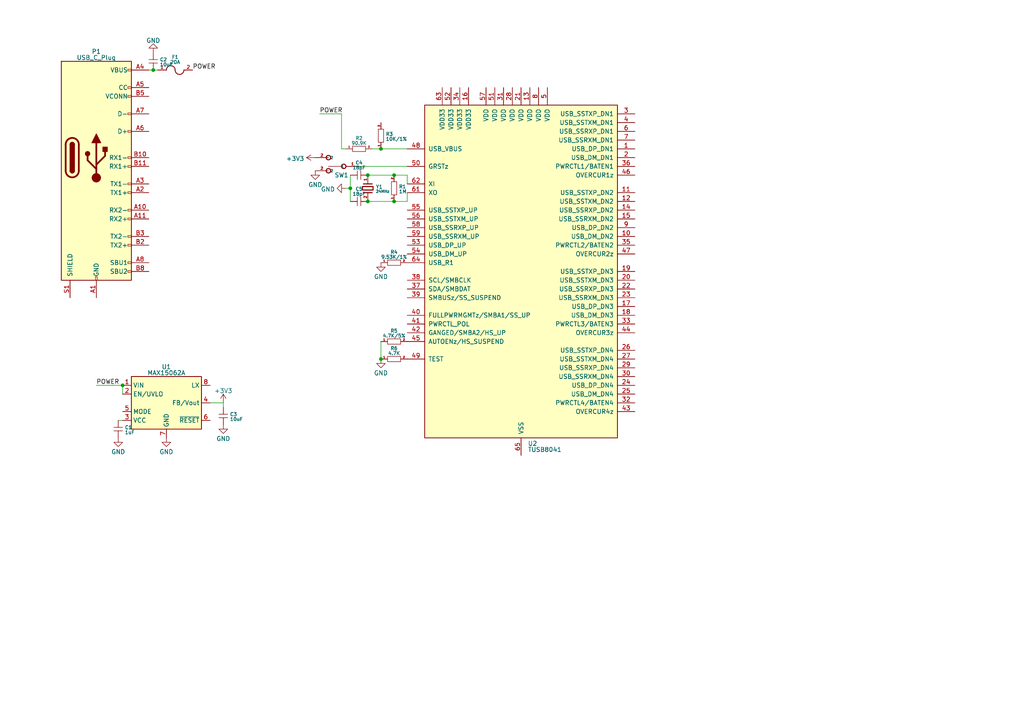
<source format=kicad_sch>
(kicad_sch (version 20220126) (generator eeschema)
  (paper "A4")
  (lib_symbols
    (symbol "Connector:USB_C_Plug" (pin_names (offset 1.016))
      (property "Reference" "P" (at -10.16 29.21 0))
      (property "Value" "USB_C_Plug" (at 10.16 29.21 0))
      (symbol "USB_C_Plug_0_0"
        (rectangle (start -0.254 -35.56) (end 0.254 -34.544))
        (rectangle (start 10.16 -32.766) (end 9.144 -33.274))
        (rectangle (start 10.16 -30.226) (end 9.144 -30.734))
        (rectangle (start 10.16 -25.146) (end 9.144 -25.654))
        (rectangle (start 10.16 -22.606) (end 9.144 -23.114))
        (rectangle (start 10.16 -17.526) (end 9.144 -18.034))
        (rectangle (start 10.16 -14.986) (end 9.144 -15.494))
        (rectangle (start 10.16 -9.906) (end 9.144 -10.414))
        (rectangle (start 10.16 -7.366) (end 9.144 -7.874))
        (rectangle (start 10.16 -2.286) (end 9.144 -2.794))
        (rectangle (start 10.16 0.254) (end 9.144 -0.254))
        (rectangle (start 10.16 7.874) (end 9.144 7.366))
        (rectangle (start 10.16 12.954) (end 9.144 12.446))
        (rectangle (start 10.16 18.034) (end 9.144 17.526))
        (rectangle (start 10.16 20.574) (end 9.144 20.066))
        (rectangle (start 10.16 25.654) (end 9.144 25.146))
      )
      (symbol "USB_C_Plug_0_1"
        (rectangle (start -10.16 27.94) (end 10.16 -35.56) (stroke (width 0.254)) (fill (type background)))
        (arc (start -8.89 -3.81) (mid -6.985 -5.7067) (end -5.08 -3.81) (stroke (width 0.508)))
        (arc (start -7.62 -3.81) (mid -6.985 -4.4422) (end -6.35 -3.81) (stroke (width 0.254)))
        (arc (start -7.62 -3.81) (mid -6.985 -4.4422) (end -6.35 -3.81) (stroke (width 0.254)) (fill (type outline)))
        (rectangle (start -7.62 -3.81) (end -6.35 3.81) (stroke (width 0.254)) (fill (type outline)))
        (arc (start -6.35 3.81) (mid -6.985 4.4422) (end -7.62 3.81) (stroke (width 0.254)))
        (arc (start -6.35 3.81) (mid -6.985 4.4422) (end -7.62 3.81) (stroke (width 0.254)) (fill (type outline)))
        (arc (start -5.08 3.81) (mid -6.985 5.7067) (end -8.89 3.81) (stroke (width 0.508)))
        (polyline (pts (xy -8.89 -3.81) (xy -8.89 3.81)) (stroke (width 0.508)))
        (polyline (pts (xy -5.08 3.81) (xy -5.08 -3.81)) (stroke (width 0.508)))
      )
      (symbol "USB_C_Plug_1_1"
        (circle (center -2.54 1.143) (radius 0.635) (stroke (width 0.254)) (fill (type outline)))
        (circle (center 0 -5.842) (radius 1.27) (fill (type outline)))
        (polyline (pts (xy 0 -5.842) (xy 0 4.318)) (stroke (width 0.508)))
        (polyline (pts (xy 0 -3.302) (xy -2.54 -0.762) (xy -2.54 0.508)) (stroke (width 0.508)))
        (polyline (pts (xy 0 -2.032) (xy 2.54 0.508) (xy 2.54 1.778)) (stroke (width 0.508)))
        (polyline (pts (xy -1.27 4.318) (xy 0 6.858) (xy 1.27 4.318) (xy -1.27 4.318)) (stroke (width 0.254)) (fill (type outline)))
        (rectangle (start 1.905 1.778) (end 3.175 3.048) (stroke (width 0.254)) (fill (type outline)))
        (pin passive line (at 0 -40.64 90) (length 5.08) (name "GND") (number "A1"))
        (pin bidirectional line (at 15.24 -15.24 180) (length 5.08) (name "RX2-") (number "A10"))
        (pin bidirectional line (at 15.24 -17.78 180) (length 5.08) (name "RX2+") (number "A11"))
        (pin passive line (at 0 -40.64 90) (length 5.08) hide (name "GND") (number "A12"))
        (pin bidirectional line (at 15.24 -10.16 180) (length 5.08) (name "TX1+") (number "A2"))
        (pin bidirectional line (at 15.24 -7.62 180) (length 5.08) (name "TX1-") (number "A3"))
        (pin passive line (at 15.24 25.4 180) (length 5.08) (name "VBUS") (number "A4"))
        (pin bidirectional line (at 15.24 20.32 180) (length 5.08) (name "CC") (number "A5"))
        (pin bidirectional line (at 15.24 7.62 180) (length 5.08) (name "D+") (number "A6"))
        (pin bidirectional line (at 15.24 12.7 180) (length 5.08) (name "D-") (number "A7"))
        (pin bidirectional line (at 15.24 -30.48 180) (length 5.08) (name "SBU1") (number "A8"))
        (pin passive line (at 15.24 25.4 180) (length 5.08) hide (name "VBUS") (number "A9"))
        (pin passive line (at 0 -40.64 90) (length 5.08) hide (name "GND") (number "B1"))
        (pin bidirectional line (at 15.24 0 180) (length 5.08) (name "RX1-") (number "B10"))
        (pin bidirectional line (at 15.24 -2.54 180) (length 5.08) (name "RX1+") (number "B11"))
        (pin passive line (at 0 -40.64 90) (length 5.08) hide (name "GND") (number "B12"))
        (pin bidirectional line (at 15.24 -25.4 180) (length 5.08) (name "TX2+") (number "B2"))
        (pin bidirectional line (at 15.24 -22.86 180) (length 5.08) (name "TX2-") (number "B3"))
        (pin passive line (at 15.24 25.4 180) (length 5.08) hide (name "VBUS") (number "B4"))
        (pin bidirectional line (at 15.24 17.78 180) (length 5.08) (name "VCONN") (number "B5"))
        (pin bidirectional line (at 15.24 -33.02 180) (length 5.08) (name "SBU2") (number "B8"))
        (pin passive line (at 15.24 25.4 180) (length 5.08) hide (name "VBUS") (number "B9"))
        (pin passive line (at -7.62 -40.64 90) (length 5.08) (name "SHIELD") (number "S1"))
      )
    )
    (symbol "Interface_USB:TUSB8041" (pin_names (offset 1.016))
      (property "Reference" "U" (at 15.24 53.34 0))
      (property "Value" "TUSB8041" (at 15.24 50.8 0))
      (symbol "TUSB8041_0_1"
        (rectangle (start -27.94 48.26) (end 27.94 -48.26) (stroke (width 0.254)) (fill (type background)))
      )
      (symbol "TUSB8041_1_1"
        (pin bidirectional line (at 33.02 35.56 180) (length 5.08) (name "USB_DP_DN1") (number "1"))
        (pin bidirectional line (at 33.02 10.16 180) (length 5.08) (name "USB_DM_DN2") (number "10"))
        (pin output line (at 33.02 22.86 180) (length 5.08) (name "USB_SSTXP_DN2") (number "11"))
        (pin output line (at 33.02 20.32 180) (length 5.08) (name "USB_SSTXM_DN2") (number "12"))
        (pin power_in line (at 2.54 53.34 270) (length 5.08) (name "VDD") (number "13"))
        (pin input line (at 33.02 17.78 180) (length 5.08) (name "USB_SSRXP_DN2") (number "14"))
        (pin input line (at 33.02 15.24 180) (length 5.08) (name "USB_SSRXM_DN2") (number "15"))
        (pin power_in line (at -15.24 53.34 270) (length 5.08) (name "VDD33") (number "16"))
        (pin bidirectional line (at 33.02 -10.16 180) (length 5.08) (name "USB_DP_DN3") (number "17"))
        (pin bidirectional line (at 33.02 -12.7 180) (length 5.08) (name "USB_DM_DN3") (number "18"))
        (pin output line (at 33.02 0 180) (length 5.08) (name "USB_SSTXP_DN3") (number "19"))
        (pin bidirectional line (at 33.02 33.02 180) (length 5.08) (name "USB_DM_DN1") (number "2"))
        (pin output line (at 33.02 -2.54 180) (length 5.08) (name "USB_SSTXM_DN3") (number "20"))
        (pin power_in line (at 0 53.34 270) (length 5.08) (name "VDD") (number "21"))
        (pin input line (at 33.02 -5.08 180) (length 5.08) (name "USB_SSRXP_DN3") (number "22"))
        (pin input line (at 33.02 -7.62 180) (length 5.08) (name "USB_SSRXM_DN3") (number "23"))
        (pin bidirectional line (at 33.02 -33.02 180) (length 5.08) (name "USB_DP_DN4") (number "24"))
        (pin bidirectional line (at 33.02 -35.56 180) (length 5.08) (name "USB_DM_DN4") (number "25"))
        (pin output line (at 33.02 -22.86 180) (length 5.08) (name "USB_SSTXP_DN4") (number "26"))
        (pin output line (at 33.02 -25.4 180) (length 5.08) (name "USB_SSTXM_DN4") (number "27"))
        (pin power_in line (at -2.54 53.34 270) (length 5.08) (name "VDD") (number "28"))
        (pin input line (at 33.02 -27.94 180) (length 5.08) (name "USB_SSRXP_DN4") (number "29"))
        (pin output line (at 33.02 45.72 180) (length 5.08) (name "USB_SSTXP_DN1") (number "3"))
        (pin input line (at 33.02 -30.48 180) (length 5.08) (name "USB_SSRXM_DN4") (number "30"))
        (pin power_in line (at -5.08 53.34 270) (length 5.08) (name "VDD") (number "31"))
        (pin bidirectional line (at 33.02 -38.1 180) (length 5.08) (name "PWRCTL4/BATEN4") (number "32"))
        (pin bidirectional line (at 33.02 -15.24 180) (length 5.08) (name "PWRCTL3/BATEN3") (number "33"))
        (pin power_in line (at -17.78 53.34 270) (length 5.08) (name "VDD33") (number "34"))
        (pin bidirectional line (at 33.02 7.62 180) (length 5.08) (name "PWRCTL2/BATEN2") (number "35"))
        (pin bidirectional line (at 33.02 30.48 180) (length 5.08) (name "PWRCTL1/BATEN1") (number "36"))
        (pin bidirectional line (at -33.02 -5.08 0) (length 5.08) (name "SDA/SMBDAT") (number "37"))
        (pin bidirectional line (at -33.02 -2.54 0) (length 5.08) (name "SCL/SMBCLK") (number "38"))
        (pin bidirectional line (at -33.02 -7.62 0) (length 5.08) (name "SMBUSz/SS_SUSPEND") (number "39"))
        (pin output line (at 33.02 43.18 180) (length 5.08) (name "USB_SSTXM_DN1") (number "4"))
        (pin bidirectional line (at -33.02 -12.7 0) (length 5.08) (name "FULLPWRMGMTz/SMBA1/SS_UP") (number "40"))
        (pin bidirectional line (at -33.02 -15.24 0) (length 5.08) (name "PWRCTL_POL") (number "41"))
        (pin bidirectional line (at -33.02 -17.78 0) (length 5.08) (name "GANGED/SMBA2/HS_UP") (number "42"))
        (pin input line (at 33.02 -40.64 180) (length 5.08) (name "OVERCUR4z") (number "43"))
        (pin input line (at 33.02 -17.78 180) (length 5.08) (name "OVERCUR3z") (number "44"))
        (pin bidirectional line (at -33.02 -20.32 0) (length 5.08) (name "AUTOENz/HS_SUSPEND") (number "45"))
        (pin input line (at 33.02 27.94 180) (length 5.08) (name "OVERCUR1z") (number "46"))
        (pin input line (at 33.02 5.08 180) (length 5.08) (name "OVERCUR2z") (number "47"))
        (pin input line (at -33.02 35.56 0) (length 5.08) (name "USB_VBUS") (number "48"))
        (pin input line (at -33.02 -25.4 0) (length 5.08) (name "TEST") (number "49"))
        (pin power_in line (at 7.62 53.34 270) (length 5.08) (name "VDD") (number "5"))
        (pin input line (at -33.02 30.48 0) (length 5.08) (name "GRSTz") (number "50"))
        (pin power_in line (at -7.62 53.34 270) (length 5.08) (name "VDD") (number "51"))
        (pin power_in line (at -20.32 53.34 270) (length 5.08) (name "VDD33") (number "52"))
        (pin bidirectional line (at -33.02 7.62 0) (length 5.08) (name "USB_DP_UP") (number "53"))
        (pin bidirectional line (at -33.02 5.08 0) (length 5.08) (name "USB_DM_UP") (number "54"))
        (pin output line (at -33.02 17.78 0) (length 5.08) (name "USB_SSTXP_UP") (number "55"))
        (pin output line (at -33.02 15.24 0) (length 5.08) (name "USB_SSTXM_UP") (number "56"))
        (pin power_in line (at -10.16 53.34 270) (length 5.08) (name "VDD") (number "57"))
        (pin input line (at -33.02 12.7 0) (length 5.08) (name "USB_SSRXP_UP") (number "58"))
        (pin input line (at -33.02 10.16 0) (length 5.08) (name "USB_SSRXM_UP") (number "59"))
        (pin input line (at 33.02 40.64 180) (length 5.08) (name "USB_SSRXP_DN1") (number "6"))
        (pin no_connect line (at 33.02 -45.72 180) (length 5.08) hide (name "NC") (number "60"))
        (pin output line (at -33.02 22.86 0) (length 5.08) (name "XO") (number "61"))
        (pin input line (at -33.02 25.4 0) (length 5.08) (name "XI") (number "62"))
        (pin power_in line (at -22.86 53.34 270) (length 5.08) (name "VDD33") (number "63"))
        (pin input line (at -33.02 2.54 0) (length 5.08) (name "USB_R1") (number "64"))
        (pin power_in line (at 0 -53.34 90) (length 5.08) (name "VSS") (number "65"))
        (pin input line (at 33.02 38.1 180) (length 5.08) (name "USB_SSRXM_DN1") (number "7"))
        (pin power_in line (at 5.08 53.34 270) (length 5.08) (name "VDD") (number "8"))
        (pin bidirectional line (at 33.02 12.7 180) (length 5.08) (name "USB_DP_DN2") (number "9"))
      )
    )
    (symbol "Lib1:+3.3V-power" (power) (pin_names (offset 0))
      (property "Value" "+3.3V-power" (at 0 3.556 0))
      (symbol "+3.3V-power_0_1"
        (polyline (pts (xy -0.762 1.27) (xy 0 2.54)))
        (polyline (pts (xy 0 0) (xy 0 2.54)))
        (polyline (pts (xy 0 2.54) (xy 0.762 1.27)))
      )
      (symbol "+3.3V-power_1_1"
        (pin power_in line (at 0 0 90) (length 0) hide (name "+3V3") (number "1"))
      )
    )
    (symbol "Lib1:C(MM)-LibCool" (pin_numbers hide) (pin_names (offset 0.254))
      (property "Reference" "C" (at -1.27 2.54 0))
      (property "Value" "C(MM)-LibCool" (at -2.54 -2.54 0))
      (symbol "C(MM)-LibCool_0_1"
        (polyline (pts (xy -0.508 1.27) (xy -0.508 -1.27)))
        (polyline (pts (xy 0.508 1.27) (xy 0.508 -1.27)))
      )
      (symbol "C(MM)-LibCool_1_1"
        (pin passive line (at -2.54 0 0) (length 2.032) (name "~") (number "1"))
        (pin passive line (at 2.54 0 180) (length 2.032) (name "~") (number "2"))
      )
    )
    (symbol "Lib1:DOUBLE_KEY"
      (property "Reference" "SW" (at 0 0 0))
      (property "Value" "DOUBLE_KEY" (at 0 2.54 0))
      (symbol "DOUBLE_KEY_0_1"
        (circle (center -1.905 -2.54) (radius 0.635) (stroke (width 0.3048)))
        (polyline (pts (xy -1.27 -2.54) (xy 2.54 -2.54)) (stroke (width 0.1524)))
        (circle (center 2.54 -3.81) (radius 0.635) (stroke (width 0.3048)))
        (circle (center 2.54 0) (radius 0.635) (stroke (width 0.3048)))
      )
      (symbol "DOUBLE_KEY_1_1"
        (pin input line (at -6.35 -2.54 0) (length 3.81) (name "1") (number "1"))
        (pin input line (at 6.35 -3.81 180) (length 3.81) (name "2") (number "2"))
        (pin input line (at 6.35 0 180) (length 3.81) (name "2") (number "2"))
      )
    )
    (symbol "Lib1:FUSE*-LibCool" (pin_names (offset 0.254))
      (property "Reference" "F" (at 2.54 1.27 0))
      (property "Value" "FUSE*-LibCool" (at -2.54 -1.27 0))
      (symbol "FUSE*-LibCool_0_1"
        (arc (start 0 0) (mid -1.27 1.2645) (end -2.54 0) (stroke (width 0.254)))
        (arc (start 0 0) (mid 1.27 -1.2645) (end 2.54 0) (stroke (width 0.254)))
      )
      (symbol "FUSE*-LibCool_1_1"
        (pin input line (at -5.08 0 0) (length 2.54) (name "~") (number "1"))
        (pin input line (at 5.08 0 180) (length 2.54) (name "~") (number "2"))
      )
    )
    (symbol "Lib1:GND-power" (power) (pin_names (offset 0))
      (property "Value" "GND-power" (at 0 -3.81 0))
      (symbol "GND-power_0_1"
        (polyline (pts (xy 0 0) (xy 0 -1.27) (xy 1.27 -1.27) (xy 0 -2.54) (xy -1.27 -1.27) (xy 0 -1.27)))
      )
      (symbol "GND-power_1_1"
        (pin power_in line (at 0 0 270) (length 0) hide (name "GND") (number "1"))
      )
    )
    (symbol "Lib1:OSC-LibCool" (pin_names (offset 1.016))
      (property "Reference" "Y" (at 2.54 -0.889 0))
      (property "Value" "OSC-LibCool" (at -2.794 -0.889 0))
      (symbol "OSC-LibCool_0_1"
        (rectangle (start -0.508 1.524) (end 0.508 -1.524) (stroke (width 0.3048)))
        (polyline (pts (xy 1.27 1.27) (xy 1.27 -1.27)) (stroke (width 0.3048)))
        (polyline (pts (xy -1.27 1.27) (xy -1.27 0) (xy -1.27 -1.27)) (stroke (width 0.3048)))
      )
      (symbol "OSC-LibCool_1_1"
        (pin input line (at -3.81 0 0) (length 2.54) (name "~") (number "1"))
        (pin input line (at 3.81 0 180) (length 2.54) (name "~") (number "2"))
      )
    )
    (symbol "Lib1:RES(M)-LibCool" (pin_names (offset 1.016))
      (property "Reference" "R" (at 0 1.905 0))
      (property "Value" "RES(M)-LibCool" (at 0 -1.905 0))
      (symbol "RES(M)-LibCool_0_1"
        (rectangle (start -1.905 0.762) (end 1.905 -0.762))
      )
      (symbol "RES(M)-LibCool_1_1"
        (pin input line (at -3.81 0 0) (length 1.905) (name "~") (number "1"))
        (pin input line (at 3.81 0 180) (length 1.905) (name "~") (number "2"))
      )
    )
    (symbol "Regulator_Switching:MAX15062A"
      (property "Reference" "U" (at -10.16 11.43 0))
      (property "Value" "MAX15062A" (at -10.16 8.89 0))
      (symbol "MAX15062A_0_1"
        (rectangle (start -10.16 7.62) (end 10.16 -7.62) (stroke (width 0.254)) (fill (type background)))
      )
      (symbol "MAX15062A_1_1"
        (pin power_in line (at -12.7 5.08 0) (length 2.54) (name "VIN") (number "1"))
        (pin input line (at -12.7 2.54 0) (length 2.54) (name "EN/UVLO") (number "2"))
        (pin power_out line (at -12.7 -5.08 0) (length 2.54) (name "VCC") (number "3"))
        (pin input line (at 12.7 0 180) (length 2.54) (name "FB/Vout") (number "4"))
        (pin input line (at -12.7 -2.54 0) (length 2.54) (name "MODE") (number "5"))
        (pin open_collector line (at 12.7 -5.08 180) (length 2.54) (name "~{RESET}") (number "6"))
        (pin power_in line (at 0 -10.16 90) (length 2.54) (name "GND") (number "7"))
        (pin power_out line (at 12.7 5.08 180) (length 2.54) (name "LX") (number "8"))
      )
    )
  )
  (junction (at 110.49 104.14))
  (junction (at 101.6 54.61))
  (junction (at 110.49 43.18))
  (junction (at 44.45 20.32))
  (junction (at 35.56 111.76))
  (junction (at 114.3 50.8))
  (junction (at 106.68 58.42))
  (junction (at 106.68 50.8))
  (junction (at 114.3 58.42))
  (wire (pts (xy 110.49 43.18) (xy 118.11 43.18)))
  (wire (pts (xy 114.3 58.42) (xy 118.11 58.42)))
  (wire (pts (xy 118.11 53.34) (xy 118.11 50.8)))
  (wire (pts (xy 106.68 58.42) (xy 114.3 58.42)))
  (wire (pts (xy 92.71 33.02) (xy 99.06 33.02)))
  (wire (pts (xy 107.95 43.18) (xy 110.49 43.18)))
  (wire (pts (xy 43.18 20.32) (xy 44.45 20.32)))
  (wire (pts (xy 60.96 116.84) (xy 64.77 116.84)))
  (wire (pts (xy 101.6 54.61) (xy 100.33 54.61)))
  (wire (pts (xy 27.94 111.76) (xy 35.56 111.76)))
  (wire (pts (xy 34.29 121.92) (xy 35.56 121.92)))
  (wire (pts (xy 114.3 50.8) (xy 118.11 50.8)))
  (wire (pts (xy 104.14 48.26) (xy 118.11 48.26)))
  (wire (pts (xy 99.06 33.02) (xy 99.06 43.18)))
  (wire (pts (xy 101.6 54.61) (xy 101.6 58.42)))
  (wire (pts (xy 106.68 50.8) (xy 114.3 50.8)))
  (wire (pts (xy 35.56 111.76) (xy 35.56 114.3)))
  (wire (pts (xy 99.06 43.18) (xy 100.33 43.18)))
  (wire (pts (xy 101.6 50.8) (xy 101.6 54.61)))
  (wire (pts (xy 44.45 20.32) (xy 45.72 20.32)))
  (wire (pts (xy 118.11 55.88) (xy 118.11 58.42)))
  (wire (pts (xy 110.49 99.06) (xy 110.49 104.14)))
  (wire (pts (xy 64.77 116.84) (xy 64.77 118.11)))
  (label "POWER" (at 92.71 33.02 0))
  (label "POWER" (at 55.88 20.32 0))
  (label "POWER" (at 27.94 111.76 0))
  (symbol (lib_id "Lib1:GND-power") (at 48.26 127 0) (unit 1)
    (property "Reference" "#PWR03" (effects hide))
    (property "Value" "GND-power" (at 48.26 131.0561 0))
  )
  (symbol (lib_id "Lib1:GND-power") (at 100.33 54.61 270) (unit 1)
    (property "Reference" "#PWR08" (effects hide))
    (property "Value" "GND-power" (at 97.155 54.8966 90) (effects (justify right)))
  )
  (symbol (lib_id "Lib1:FUSE*-LibCool") (at 50.8 20.32 0) (unit 1)
    (property "Reference" "F1" (at 50.8 16.5612 0) (effects (font (size 1.016 1.016))))
    (property "Value" "20A" (at 50.8 18.0218 0) (effects (font (size 1.016 1.016))))
  )
  (symbol (lib_id "Regulator_Switching:MAX15062A") (at 48.26 116.84 0) (unit 1)
    (property "Reference" "U1" (at 48.26 106.3879 0))
    (property "Value" "MAX15062A" (at 48.26 108.1501 0))
    (property "Footprint" "Package_DFN_QFN:DFN-8_2x2mm_P0.5mm" (effects hide))
    (property "Datasheet" "http://datasheets.maximintegrated.com/en/ds/MAX15062.pdf" (effects hide))
  )
  (symbol (lib_id "Lib1:C(MM)-LibCool") (at 104.14 50.8 0) (unit 1)
    (property "Reference" "C4" (at 104.14 47.1966 0) (effects (font (size 0.9906 0.9906))))
    (property "Value" "18pF" (at 104.14 48.627 0) (effects (font (size 0.9906 0.9906))))
  )
  (symbol (lib_id "Lib1:C(MM)-LibCool") (at 104.14 58.42 0) (unit 1)
    (property "Reference" "C5" (at 104.14 54.8166 0) (effects (font (size 0.9906 0.9906))))
    (property "Value" "18pF" (at 104.14 56.247 0) (effects (font (size 0.9906 0.9906))))
  )
  (symbol (lib_id "Lib1:OSC-LibCool") (at 106.68 54.61 270) (unit 1)
    (property "Reference" "Y1" (at 108.9914 54.1932 90) (effects (font (size 1.016 1.016)) (justify left)))
    (property "Value" "24MHz" (at 108.9914 55.518 90) (effects (font (size 0.7874 0.7874)) (justify left)))
  )
  (symbol (lib_id "Connector:USB_C_Plug") (at 27.94 45.72 0) (unit 1)
    (property "Reference" "P1" (at 27.94 14.9479 0))
    (property "Value" "USB_C_Plug" (at 27.94 16.7101 0))
    (property "Datasheet" "https://www.usb.org/sites/default/files/documents/usb_type-c.zip" (effects hide))
  )
  (symbol (lib_id "Lib1:C(MM)-LibCool") (at 34.29 124.46 270) (unit 1)
    (property "Reference" "C1" (at 36.195 123.9684 90) (effects (font (size 0.9906 0.9906)) (justify left)))
    (property "Value" "1uF" (at 36.195 125.3988 90) (effects (font (size 0.9906 0.9906)) (justify left)))
  )
  (symbol (lib_id "Lib1:+3.3V-power") (at 91.44 45.72 90) (unit 1)
    (property "Reference" "#PWR06" (effects hide))
    (property "Value" "+3.3V-power" (at 88.2651 46.0066 90) (effects (justify left)))
  )
  (symbol (lib_id "Lib1:RES(M)-LibCool") (at 114.3 76.2 0) (unit 1)
    (property "Reference" "R4" (at 114.3 73.1046 0) (effects (font (size 0.9906 0.9906))))
    (property "Value" "9.53K/1%" (at 114.3 74.535 0) (effects (font (size 0.9906 0.9906))))
  )
  (symbol (lib_id "Lib1:RES(M)-LibCool") (at 110.49 39.37 90) (unit 1)
    (property "Reference" "R3" (at 111.887 38.8784 90) (effects (font (size 0.9906 0.9906)) (justify right)))
    (property "Value" "10K/1%" (at 111.887 40.3088 90) (effects (font (size 0.9906 0.9906)) (justify right)))
  )
  (symbol (lib_id "Lib1:GND-power") (at 34.29 127 0) (unit 1)
    (property "Reference" "#PWR01" (effects hide))
    (property "Value" "GND-power" (at 34.29 131.0561 0))
  )
  (symbol (lib_id "Lib1:GND-power") (at 44.45 15.24 0) (mirror x) (unit 1)
    (property "Reference" "#PWR02" (effects hide))
    (property "Value" "GND-power" (at 44.45 11.7571 0))
  )
  (symbol (lib_id "Lib1:RES(M)-LibCool") (at 104.14 43.18 0) (unit 1)
    (property "Reference" "R2" (at 104.14 40.0846 0) (effects (font (size 0.9906 0.9906))))
    (property "Value" "90.9K" (at 104.14 41.515 0) (effects (font (size 0.9906 0.9906))))
  )
  (symbol (lib_id "Lib1:GND-power") (at 91.44 49.53 0) (unit 1)
    (property "Reference" "#PWR07" (effects hide))
    (property "Value" "GND-power" (at 91.44 53.5861 0))
  )
  (symbol (lib_id "Lib1:GND-power") (at 110.49 76.2 0) (unit 1)
    (property "Reference" "#PWR09" (effects hide))
    (property "Value" "GND-power" (at 110.49 80.2561 0))
  )
  (symbol (lib_id "Lib1:RES(M)-LibCool") (at 114.3 54.61 90) (unit 1)
    (property "Reference" "R1" (at 115.697 54.1184 90) (effects (font (size 0.9906 0.9906)) (justify right)))
    (property "Value" "1M" (at 115.697 55.5488 90) (effects (font (size 0.9906 0.9906)) (justify right)))
  )
  (symbol (lib_id "Interface_USB:TUSB8041") (at 151.13 78.74 0) (unit 1)
    (property "Reference" "U2" (at 153.0859 128.6431 0) (effects (justify left)))
    (property "Value" "TUSB8041" (at 153.0859 130.4053 0) (effects (justify left)))
    (property "Footprint" "Package_DFN_QFN:QFN-64-1EP_9x9mm_P0.5mm_EP6x6mm_ThermalVias" (effects hide))
    (property "Datasheet" "http://www.ti.com/lit/ds/symlink/tusb8041.pdf" (effects hide))
  )
  (symbol (lib_id "Lib1:DOUBLE_KEY") (at 97.79 45.72 0) (mirror y) (unit 1)
    (property "Reference" "SW1" (at 99.06 50.8 0))
    (property "Value" "DOUBLE_KEY" (effects hide))
  )
  (symbol (lib_id "Lib1:RES(M)-LibCool") (at 114.3 104.14 0) (unit 1)
    (property "Reference" "R6" (at 114.3 101.0446 0) (effects (font (size 0.9906 0.9906))))
    (property "Value" "4.7K" (at 114.3 102.475 0) (effects (font (size 0.9906 0.9906))))
  )
  (symbol (lib_id "Lib1:C(MM)-LibCool") (at 44.45 17.78 90) (unit 1)
    (property "Reference" "C2" (at 46.355 17.2884 90) (effects (font (size 0.9906 0.9906)) (justify right)))
    (property "Value" "10uF" (at 46.355 18.7188 90) (effects (font (size 0.9906 0.9906)) (justify right)))
  )
  (symbol (lib_id "Lib1:RES(M)-LibCool") (at 114.3 99.06 0) (unit 1)
    (property "Reference" "R5" (at 114.3 95.9646 0) (effects (font (size 0.9906 0.9906))))
    (property "Value" "4.7K/5%" (at 114.3 97.395 0) (effects (font (size 0.9906 0.9906))))
  )
  (symbol (lib_id "Lib1:+3.3V-power") (at 64.77 116.84 0) (unit 1)
    (property "Reference" "#PWR04" (effects hide))
    (property "Value" "+3.3V-power" (at 64.77 113.3571 0))
  )
  (symbol (lib_id "Lib1:GND-power") (at 64.77 123.19 0) (unit 1)
    (property "Reference" "#PWR05" (effects hide))
    (property "Value" "GND-power" (at 64.77 127.2461 0))
  )
  (symbol (lib_id "Lib1:C(MM)-LibCool") (at 64.77 120.65 270) (unit 1)
    (property "Reference" "C3" (at 66.675 120.1584 90) (effects (font (size 0.9906 0.9906)) (justify left)))
    (property "Value" "10uF" (at 66.675 121.5888 90) (effects (font (size 0.9906 0.9906)) (justify left)))
  )
  (symbol (lib_id "Lib1:GND-power") (at 110.49 104.14 0) (unit 1)
    (property "Reference" "#PWR010" (effects hide))
    (property "Value" "GND-power" (at 110.49 108.1961 0))
  )
)
</source>
